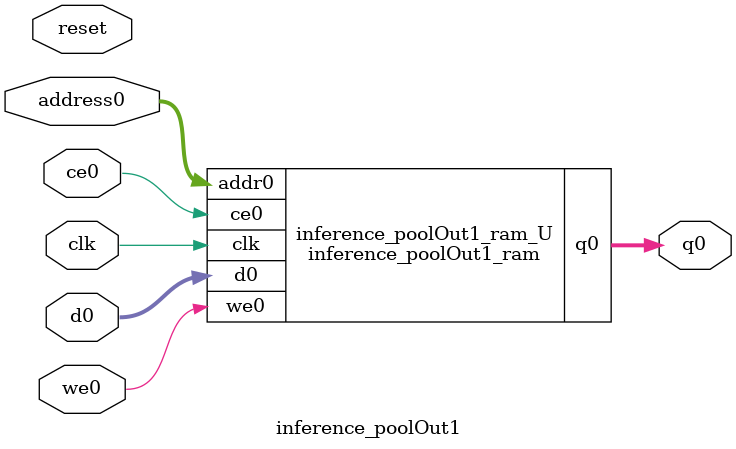
<source format=v>

`timescale 1 ns / 1 ps
module inference_poolOut1_ram (addr0, ce0, d0, we0, q0,  clk);

parameter DWIDTH = 32;
parameter AWIDTH = 11;
parameter MEM_SIZE = 1176;

input[AWIDTH-1:0] addr0;
input ce0;
input[DWIDTH-1:0] d0;
input we0;
output reg[DWIDTH-1:0] q0;
input clk;

(* ram_style = "block" *)reg [DWIDTH-1:0] ram[MEM_SIZE-1:0];




always @(posedge clk)  
begin 
    if (ce0) 
    begin
        if (we0) 
        begin 
            ram[addr0] <= d0; 
            q0 <= d0;
        end 
        else 
            q0 <= ram[addr0];
    end
end


endmodule


`timescale 1 ns / 1 ps
module inference_poolOut1(
    reset,
    clk,
    address0,
    ce0,
    we0,
    d0,
    q0);

parameter DataWidth = 32'd32;
parameter AddressRange = 32'd1176;
parameter AddressWidth = 32'd11;
input reset;
input clk;
input[AddressWidth - 1:0] address0;
input ce0;
input we0;
input[DataWidth - 1:0] d0;
output[DataWidth - 1:0] q0;



inference_poolOut1_ram inference_poolOut1_ram_U(
    .clk( clk ),
    .addr0( address0 ),
    .ce0( ce0 ),
    .d0( d0 ),
    .we0( we0 ),
    .q0( q0 ));

endmodule


</source>
